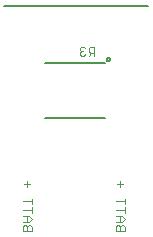
<source format=gbo>
G75*
%MOIN*%
%OFA0B0*%
%FSLAX24Y24*%
%IPPOS*%
%LPD*%
%AMOC8*
5,1,8,0,0,1.08239X$1,22.5*
%
%ADD10C,0.0030*%
%ADD11C,0.0050*%
%ADD12C,0.0060*%
D10*
X005165Y000965D02*
X005165Y001110D01*
X005213Y001158D01*
X005262Y001158D01*
X005310Y001110D01*
X005310Y000965D01*
X005165Y000965D02*
X005455Y000965D01*
X005455Y001110D01*
X005407Y001158D01*
X005358Y001158D01*
X005310Y001110D01*
X005310Y001260D02*
X005310Y001453D01*
X005358Y001453D02*
X005165Y001453D01*
X005358Y001453D02*
X005455Y001356D01*
X005358Y001260D01*
X005165Y001260D01*
X005455Y001554D02*
X005455Y001748D01*
X005455Y001651D02*
X005165Y001651D01*
X005165Y001946D02*
X005455Y001946D01*
X005455Y002042D02*
X005455Y001849D01*
X005310Y002438D02*
X005310Y002632D01*
X005407Y002535D02*
X005213Y002535D01*
X008265Y001946D02*
X008555Y001946D01*
X008555Y002042D02*
X008555Y001849D01*
X008555Y001748D02*
X008555Y001554D01*
X008555Y001651D02*
X008265Y001651D01*
X008265Y001453D02*
X008458Y001453D01*
X008555Y001356D01*
X008458Y001260D01*
X008265Y001260D01*
X008313Y001158D02*
X008265Y001110D01*
X008265Y000965D01*
X008555Y000965D01*
X008555Y001110D01*
X008507Y001158D01*
X008458Y001158D01*
X008410Y001110D01*
X008410Y000965D01*
X008410Y001110D02*
X008362Y001158D01*
X008313Y001158D01*
X008410Y001260D02*
X008410Y001453D01*
X008410Y002438D02*
X008410Y002632D01*
X008507Y002535D02*
X008313Y002535D01*
X007544Y006803D02*
X007544Y007094D01*
X007399Y007094D01*
X007351Y007045D01*
X007351Y006948D01*
X007399Y006900D01*
X007544Y006900D01*
X007448Y006900D02*
X007351Y006803D01*
X007250Y006852D02*
X007201Y006803D01*
X007105Y006803D01*
X007056Y006852D01*
X007056Y006900D01*
X007105Y006948D01*
X007153Y006948D01*
X007105Y006948D02*
X007056Y006997D01*
X007056Y007045D01*
X007105Y007094D01*
X007201Y007094D01*
X007250Y007045D01*
D11*
X007953Y006682D02*
X007955Y006697D01*
X007961Y006710D01*
X007970Y006722D01*
X007981Y006731D01*
X007995Y006737D01*
X008010Y006739D01*
X008025Y006737D01*
X008038Y006731D01*
X008050Y006722D01*
X008059Y006711D01*
X008065Y006697D01*
X008067Y006682D01*
X008065Y006667D01*
X008059Y006654D01*
X008050Y006642D01*
X008039Y006633D01*
X008025Y006627D01*
X008010Y006625D01*
X007995Y006627D01*
X007982Y006633D01*
X007970Y006642D01*
X007961Y006653D01*
X007955Y006667D01*
X007953Y006682D01*
X009350Y008450D02*
X004547Y008450D01*
X009350Y008450D01*
D12*
X007907Y006577D02*
X005897Y006577D01*
X005897Y004717D02*
X007907Y004717D01*
M02*

</source>
